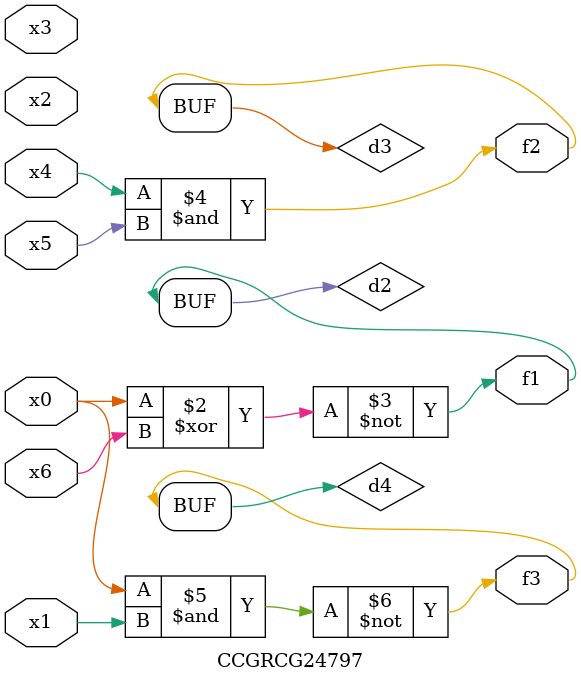
<source format=v>
module CCGRCG24797(
	input x0, x1, x2, x3, x4, x5, x6,
	output f1, f2, f3
);

	wire d1, d2, d3, d4;

	nor (d1, x0);
	xnor (d2, x0, x6);
	and (d3, x4, x5);
	nand (d4, x0, x1);
	assign f1 = d2;
	assign f2 = d3;
	assign f3 = d4;
endmodule

</source>
